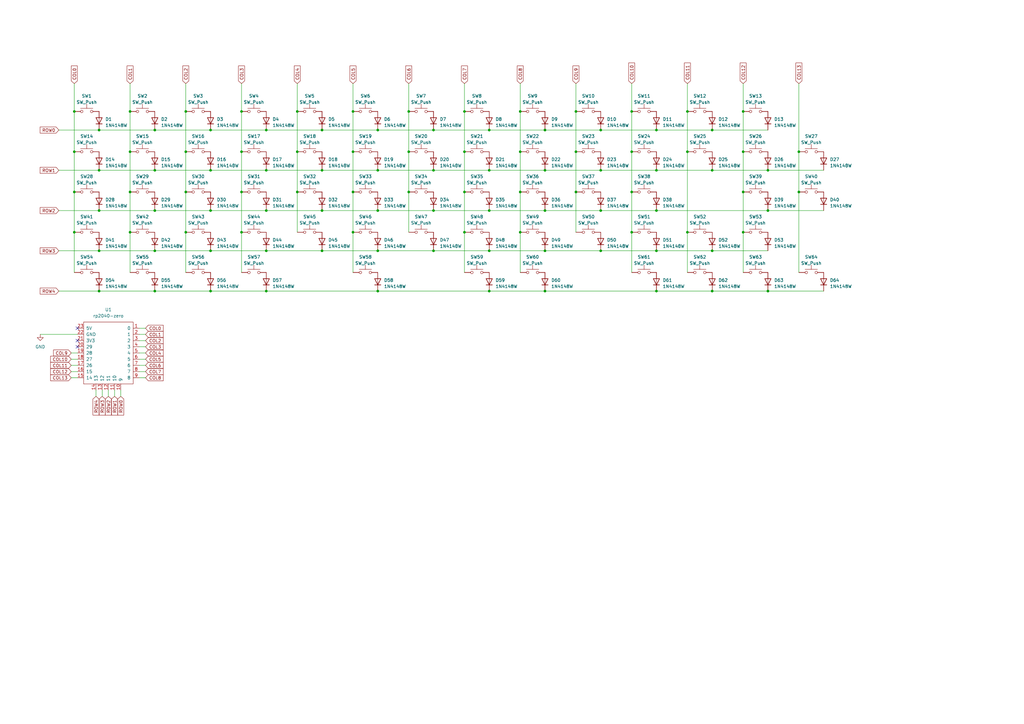
<source format=kicad_sch>
(kicad_sch (version 20230121) (generator eeschema)
  (paper "A3")
  (title_block (title "PinKey") (date "2023-08-11") (rev "v1.0.0"))
  (lib_symbols
    (symbol "Diode:1N4148W" (pin_numbers hide) (pin_names hide)
      (property "Reference" "D" (at 0 2.54 0))
      (property "Value" "1N4148W" (at 0 -2.54 0))
      (symbol "1N4148W_1_1"
        (pin passive line (at -3.81 0 0) (length 2.54) (name "K") (number "1"))
        (pin passive line (at 3.81 0 180) (length 2.54) (name "A") (number "2"))
      )
    )
    (symbol "Switch:SW_Push" (pin_numbers hide) (pin_names (offset 1.016) hide)
      (property "Reference" "SW" (at 1.27 2.54 0))
      (property "Value" "SW_Push" (at 0 -1.524 0))
      (symbol "SW_Push_0_1"
        (pin passive line (at -5.08 0 0) (length 2.54) (name "1") (number "1"))
        (pin passive line (at 5.08 0 180) (length 2.54) (name "2") (number "2"))
      )
    )
    (symbol "mcu:rp2040-zero" (pin_names (offset 1.016))
      (property "Reference" "U" (at 0 15.24 0))
      (property "Value" "rp2040-zero" (at 0 12.7 0))
      (symbol "rp2040-zero_1_1"
        (pin bidirectional line (at 12.7 8.89 180) (length 2.54) (name "0") (number "1"))
        (pin bidirectional line (at 5.08 -16.51 90) (length 2.54) (name "9") (number "10"))
        (pin bidirectional line (at 2.54 -16.51 90) (length 2.54) (name "10") (number "11"))
        (pin bidirectional line (at 0 -16.51 90) (length 2.54) (name "11") (number "12"))
        (pin bidirectional line (at -2.54 -16.51 90) (length 2.54) (name "12") (number "13"))
        (pin bidirectional line (at -5.08 -16.51 90) (length 2.54) (name "13") (number "14"))
        (pin bidirectional line (at -12.7 -11.43 0) (length 2.54) (name "14") (number "15"))
        (pin bidirectional line (at -12.7 -8.89 0) (length 2.54) (name "15") (number "16"))
        (pin bidirectional line (at -12.7 -6.35 0) (length 2.54) (name "26") (number "17"))
        (pin bidirectional line (at -12.7 -3.81 0) (length 2.54) (name "27") (number "18"))
        (pin bidirectional line (at -12.7 -1.27 0) (length 2.54) (name "28") (number "19"))
        (pin bidirectional line (at 12.7 6.35 180) (length 2.54) (name "1") (number "2"))
        (pin bidirectional line (at -12.7 1.27 0) (length 2.54) (name "29") (number "20"))
        (pin power_out line (at -12.7 3.81 0) (length 2.54) (name "3V3") (number "21"))
        (pin power_out line (at -12.7 6.35 0) (length 2.54) (name "GND") (number "22"))
        (pin power_out line (at -12.7 8.89 0) (length 2.54) (name "5V") (number "23"))
        (pin bidirectional line (at 12.7 3.81 180) (length 2.54) (name "2") (number "3"))
        (pin bidirectional line (at 12.7 1.27 180) (length 2.54) (name "3") (number "4"))
        (pin bidirectional line (at 12.7 -1.27 180) (length 2.54) (name "4") (number "5"))
        (pin bidirectional line (at 12.7 -3.81 180) (length 2.54) (name "5") (number "6"))
        (pin bidirectional line (at 12.7 -6.35 180) (length 2.54) (name "6") (number "7"))
        (pin bidirectional line (at 12.7 -8.89 180) (length 2.54) (name "7") (number "8"))
        (pin bidirectional line (at 12.7 -11.43 180) (length 2.54) (name "8") (number "9"))
      )
    )
    (symbol "power:GND" (power) (pin_names (offset 0))
      (property "Value" "GND" (at 0 -3.81 0))
      (symbol "GND_1_1"
        (pin power_in line (at 0 0 270) (length 0) hide (name "GND") (number "1"))
      )
    )
  )
  (junction (at 200.66 119.38))
  (junction (at 190.5 78.74))
  (junction (at 304.8 45.72))
  (junction (at 236.22 78.74))
  (junction (at 304.8 95.25))
  (junction (at 314.96 119.38))
  (junction (at 177.8 102.87))
  (junction (at 246.38 86.36))
  (junction (at 63.5 53.34))
  (junction (at 304.8 62.23))
  (junction (at 30.48 45.72))
  (junction (at 86.36 102.87))
  (junction (at 40.64 53.34))
  (junction (at 314.96 69.85))
  (junction (at 144.78 78.74))
  (junction (at 154.94 102.87))
  (junction (at 63.5 102.87))
  (junction (at 154.94 86.36))
  (junction (at 53.34 78.74))
  (junction (at 86.36 69.85))
  (junction (at 213.36 62.23))
  (junction (at 177.8 53.34))
  (junction (at 144.78 62.23))
  (junction (at 314.96 86.36))
  (junction (at 30.48 78.74))
  (junction (at 63.5 119.38))
  (junction (at 109.22 69.85))
  (junction (at 167.64 78.74))
  (junction (at 200.66 53.34))
  (junction (at 190.5 45.72))
  (junction (at 259.08 62.23))
  (junction (at 223.52 53.34))
  (junction (at 76.2 95.25))
  (junction (at 223.52 86.36))
  (junction (at 213.36 95.25))
  (junction (at 99.06 78.74))
  (junction (at 281.94 95.25))
  (junction (at 292.1 53.34))
  (junction (at 269.24 119.38))
  (junction (at 109.22 53.34))
  (junction (at 200.66 102.87))
  (junction (at 269.24 53.34))
  (junction (at 304.8 78.74))
  (junction (at 292.1 69.85))
  (junction (at 223.52 102.87))
  (junction (at 30.48 95.25))
  (junction (at 121.92 45.72))
  (junction (at 30.48 62.23))
  (junction (at 177.8 69.85))
  (junction (at 292.1 102.87))
  (junction (at 167.64 45.72))
  (junction (at 121.92 62.23))
  (junction (at 63.5 69.85))
  (junction (at 40.64 102.87))
  (junction (at 246.38 102.87))
  (junction (at 269.24 86.36))
  (junction (at 259.08 78.74))
  (junction (at 109.22 119.38))
  (junction (at 86.36 119.38))
  (junction (at 76.2 78.74))
  (junction (at 154.94 69.85))
  (junction (at 327.66 62.23))
  (junction (at 86.36 86.36))
  (junction (at 99.06 62.23))
  (junction (at 190.5 95.25))
  (junction (at 53.34 62.23))
  (junction (at 76.2 62.23))
  (junction (at 236.22 62.23))
  (junction (at 190.5 62.23))
  (junction (at 269.24 102.87))
  (junction (at 223.52 119.38))
  (junction (at 281.94 62.23))
  (junction (at 76.2 45.72))
  (junction (at 53.34 95.25))
  (junction (at 109.22 86.36))
  (junction (at 213.36 78.74))
  (junction (at 213.36 45.72))
  (junction (at 132.08 69.85))
  (junction (at 40.64 86.36))
  (junction (at 236.22 45.72))
  (junction (at 99.06 95.25))
  (junction (at 144.78 95.25))
  (junction (at 177.8 86.36))
  (junction (at 327.66 78.74))
  (junction (at 154.94 53.34))
  (junction (at 292.1 119.38))
  (junction (at 200.66 86.36))
  (junction (at 109.22 102.87))
  (junction (at 246.38 53.34))
  (junction (at 223.52 69.85))
  (junction (at 132.08 86.36))
  (junction (at 154.94 119.38))
  (junction (at 40.64 119.38))
  (junction (at 99.06 45.72))
  (junction (at 144.78 45.72))
  (junction (at 53.34 45.72))
  (junction (at 63.5 86.36))
  (junction (at 259.08 45.72))
  (junction (at 246.38 69.85))
  (junction (at 281.94 45.72))
  (junction (at 121.92 78.74))
  (junction (at 86.36 53.34))
  (junction (at 200.66 69.85))
  (junction (at 132.08 102.87))
  (junction (at 40.64 69.85))
  (junction (at 167.64 62.23))
  (junction (at 132.08 53.34))
  (junction (at 269.24 69.85))
  (junction (at 259.08 95.25))
  (no_connect (at 31.75 134.62))
  (no_connect (at 31.75 139.7))
  (no_connect (at 31.75 142.24))
  (wire (pts (xy 304.8 95.25) (xy 304.8 111.76)))
  (wire (pts (xy 292.1 102.87) (xy 314.96 102.87)))
  (wire (pts (xy 30.48 78.74) (xy 30.48 95.25)))
  (wire (pts (xy 292.1 119.38) (xy 314.96 119.38)))
  (wire (pts (xy 29.21 152.4) (xy 31.75 152.4)))
  (wire (pts (xy 86.36 86.36) (xy 109.22 86.36)))
  (wire (pts (xy 24.13 86.36) (xy 40.64 86.36)))
  (wire (pts (xy 121.92 62.23) (xy 121.92 78.74)))
  (wire (pts (xy 86.36 119.38) (xy 109.22 119.38)))
  (wire (pts (xy 259.08 78.74) (xy 259.08 95.25)))
  (wire (pts (xy 154.94 102.87) (xy 177.8 102.87)))
  (wire (pts (xy 53.34 34.29) (xy 53.34 45.72)))
  (wire (pts (xy 24.13 69.85) (xy 40.64 69.85)))
  (wire (pts (xy 177.8 102.87) (xy 200.66 102.87)))
  (wire (pts (xy 200.66 53.34) (xy 223.52 53.34)))
  (wire (pts (xy 99.06 34.29) (xy 99.06 45.72)))
  (wire (pts (xy 86.36 102.87) (xy 109.22 102.87)))
  (wire (pts (xy 46.99 162.56) (xy 46.99 160.02)))
  (wire (pts (xy 200.66 102.87) (xy 223.52 102.87)))
  (wire (pts (xy 259.08 34.29) (xy 259.08 45.72)))
  (wire (pts (xy 281.94 34.29) (xy 281.94 45.72)))
  (wire (pts (xy 281.94 62.23) (xy 281.94 95.25)))
  (wire (pts (xy 236.22 62.23) (xy 236.22 78.74)))
  (wire (pts (xy 167.64 62.23) (xy 167.64 78.74)))
  (wire (pts (xy 59.69 142.24) (xy 57.15 142.24)))
  (wire (pts (xy 304.8 78.74) (xy 304.8 95.25)))
  (wire (pts (xy 327.66 62.23) (xy 327.66 78.74)))
  (wire (pts (xy 29.21 147.32) (xy 31.75 147.32)))
  (wire (pts (xy 167.64 78.74) (xy 167.64 95.25)))
  (wire (pts (xy 327.66 78.74) (xy 327.66 111.76)))
  (wire (pts (xy 30.48 62.23) (xy 30.48 78.74)))
  (wire (pts (xy 59.69 139.7) (xy 57.15 139.7)))
  (wire (pts (xy 121.92 45.72) (xy 121.92 62.23)))
  (wire (pts (xy 40.64 86.36) (xy 63.5 86.36)))
  (wire (pts (xy 213.36 45.72) (xy 213.36 62.23)))
  (wire (pts (xy 314.96 86.36) (xy 337.82 86.36)))
  (wire (pts (xy 99.06 78.74) (xy 99.06 95.25)))
  (wire (pts (xy 281.94 95.25) (xy 281.94 111.76)))
  (wire (pts (xy 39.37 162.56) (xy 39.37 160.02)))
  (wire (pts (xy 109.22 119.38) (xy 154.94 119.38)))
  (wire (pts (xy 177.8 53.34) (xy 200.66 53.34)))
  (wire (pts (xy 200.66 69.85) (xy 223.52 69.85)))
  (wire (pts (xy 236.22 78.74) (xy 236.22 95.25)))
  (wire (pts (xy 314.96 119.38) (xy 337.82 119.38)))
  (wire (pts (xy 121.92 78.74) (xy 121.92 95.25)))
  (wire (pts (xy 109.22 86.36) (xy 132.08 86.36)))
  (wire (pts (xy 59.69 154.94) (xy 57.15 154.94)))
  (wire (pts (xy 24.13 53.34) (xy 40.64 53.34)))
  (wire (pts (xy 190.5 78.74) (xy 190.5 95.25)))
  (wire (pts (xy 53.34 95.25) (xy 53.34 111.76)))
  (wire (pts (xy 269.24 69.85) (xy 292.1 69.85)))
  (wire (pts (xy 40.64 119.38) (xy 63.5 119.38)))
  (wire (pts (xy 144.78 78.74) (xy 144.78 95.25)))
  (wire (pts (xy 132.08 69.85) (xy 154.94 69.85)))
  (wire (pts (xy 76.2 34.29) (xy 76.2 45.72)))
  (wire (pts (xy 236.22 45.72) (xy 236.22 62.23)))
  (wire (pts (xy 132.08 53.34) (xy 154.94 53.34)))
  (wire (pts (xy 29.21 144.78) (xy 31.75 144.78)))
  (wire (pts (xy 259.08 62.23) (xy 259.08 78.74)))
  (wire (pts (xy 63.5 86.36) (xy 86.36 86.36)))
  (wire (pts (xy 269.24 86.36) (xy 314.96 86.36)))
  (wire (pts (xy 213.36 34.29) (xy 213.36 45.72)))
  (wire (pts (xy 223.52 119.38) (xy 269.24 119.38)))
  (wire (pts (xy 40.64 102.87) (xy 63.5 102.87)))
  (wire (pts (xy 63.5 69.85) (xy 86.36 69.85)))
  (wire (pts (xy 29.21 154.94) (xy 31.75 154.94)))
  (wire (pts (xy 29.21 149.86) (xy 31.75 149.86)))
  (wire (pts (xy 99.06 62.23) (xy 99.06 78.74)))
  (wire (pts (xy 109.22 102.87) (xy 132.08 102.87)))
  (wire (pts (xy 30.48 95.25) (xy 30.48 111.76)))
  (wire (pts (xy 59.69 147.32) (xy 57.15 147.32)))
  (wire (pts (xy 99.06 95.25) (xy 99.06 111.76)))
  (wire (pts (xy 53.34 62.23) (xy 53.34 78.74)))
  (wire (pts (xy 41.91 162.56) (xy 41.91 160.02)))
  (wire (pts (xy 304.8 45.72) (xy 304.8 62.23)))
  (wire (pts (xy 154.94 69.85) (xy 177.8 69.85)))
  (wire (pts (xy 167.64 34.29) (xy 167.64 45.72)))
  (wire (pts (xy 236.22 34.29) (xy 236.22 45.72)))
  (wire (pts (xy 190.5 62.23) (xy 190.5 78.74)))
  (wire (pts (xy 121.92 34.29) (xy 121.92 45.72)))
  (wire (pts (xy 292.1 53.34) (xy 314.96 53.34)))
  (wire (pts (xy 76.2 95.25) (xy 76.2 111.76)))
  (wire (pts (xy 190.5 34.29) (xy 190.5 45.72)))
  (wire (pts (xy 63.5 53.34) (xy 86.36 53.34)))
  (wire (pts (xy 213.36 78.74) (xy 213.36 95.25)))
  (wire (pts (xy 99.06 45.72) (xy 99.06 62.23)))
  (wire (pts (xy 177.8 69.85) (xy 200.66 69.85)))
  (wire (pts (xy 109.22 69.85) (xy 132.08 69.85)))
  (wire (pts (xy 24.13 102.87) (xy 40.64 102.87)))
  (wire (pts (xy 213.36 95.25) (xy 213.36 111.76)))
  (wire (pts (xy 246.38 69.85) (xy 269.24 69.85)))
  (wire (pts (xy 314.96 69.85) (xy 337.82 69.85)))
  (wire (pts (xy 132.08 86.36) (xy 154.94 86.36)))
  (wire (pts (xy 269.24 53.34) (xy 292.1 53.34)))
  (wire (pts (xy 144.78 62.23) (xy 144.78 78.74)))
  (wire (pts (xy 213.36 62.23) (xy 213.36 78.74)))
  (wire (pts (xy 292.1 69.85) (xy 314.96 69.85)))
  (wire (pts (xy 200.66 119.38) (xy 223.52 119.38)))
  (wire (pts (xy 49.53 162.56) (xy 49.53 160.02)))
  (wire (pts (xy 144.78 95.25) (xy 144.78 111.76)))
  (wire (pts (xy 246.38 86.36) (xy 269.24 86.36)))
  (wire (pts (xy 154.94 119.38) (xy 200.66 119.38)))
  (wire (pts (xy 167.64 45.72) (xy 167.64 62.23)))
  (wire (pts (xy 59.69 149.86) (xy 57.15 149.86)))
  (wire (pts (xy 132.08 102.87) (xy 154.94 102.87)))
  (wire (pts (xy 200.66 86.36) (xy 223.52 86.36)))
  (wire (pts (xy 86.36 53.34) (xy 109.22 53.34)))
  (wire (pts (xy 76.2 78.74) (xy 76.2 95.25)))
  (wire (pts (xy 53.34 45.72) (xy 53.34 62.23)))
  (wire (pts (xy 59.69 144.78) (xy 57.15 144.78)))
  (wire (pts (xy 304.8 62.23) (xy 304.8 78.74)))
  (wire (pts (xy 281.94 45.72) (xy 281.94 62.23)))
  (wire (pts (xy 190.5 45.72) (xy 190.5 62.23)))
  (wire (pts (xy 177.8 86.36) (xy 200.66 86.36)))
  (wire (pts (xy 86.36 69.85) (xy 109.22 69.85)))
  (wire (pts (xy 30.48 45.72) (xy 30.48 62.23)))
  (wire (pts (xy 59.69 152.4) (xy 57.15 152.4)))
  (wire (pts (xy 144.78 45.72) (xy 144.78 62.23)))
  (wire (pts (xy 144.78 34.29) (xy 144.78 45.72)))
  (wire (pts (xy 40.64 53.34) (xy 63.5 53.34)))
  (wire (pts (xy 16.51 137.16) (xy 31.75 137.16)))
  (wire (pts (xy 190.5 95.25) (xy 190.5 111.76)))
  (wire (pts (xy 223.52 86.36) (xy 246.38 86.36)))
  (wire (pts (xy 24.13 119.38) (xy 40.64 119.38)))
  (wire (pts (xy 154.94 53.34) (xy 177.8 53.34)))
  (wire (pts (xy 269.24 102.87) (xy 292.1 102.87)))
  (wire (pts (xy 109.22 53.34) (xy 132.08 53.34)))
  (wire (pts (xy 246.38 102.87) (xy 269.24 102.87)))
  (wire (pts (xy 304.8 34.29) (xy 304.8 45.72)))
  (wire (pts (xy 246.38 53.34) (xy 269.24 53.34)))
  (wire (pts (xy 63.5 102.87) (xy 86.36 102.87)))
  (wire (pts (xy 63.5 119.38) (xy 86.36 119.38)))
  (wire (pts (xy 59.69 137.16) (xy 57.15 137.16)))
  (wire (pts (xy 259.08 95.25) (xy 259.08 111.76)))
  (wire (pts (xy 59.69 134.62) (xy 57.15 134.62)))
  (wire (pts (xy 53.34 78.74) (xy 53.34 95.25)))
  (wire (pts (xy 44.45 162.56) (xy 44.45 160.02)))
  (wire (pts (xy 223.52 53.34) (xy 246.38 53.34)))
  (wire (pts (xy 223.52 69.85) (xy 246.38 69.85)))
  (wire (pts (xy 76.2 62.23) (xy 76.2 78.74)))
  (wire (pts (xy 327.66 34.29) (xy 327.66 62.23)))
  (wire (pts (xy 40.64 69.85) (xy 63.5 69.85)))
  (wire (pts (xy 223.52 102.87) (xy 246.38 102.87)))
  (wire (pts (xy 30.48 34.29) (xy 30.48 45.72)))
  (wire (pts (xy 76.2 45.72) (xy 76.2 62.23)))
  (wire (pts (xy 154.94 86.36) (xy 177.8 86.36)))
  (wire (pts (xy 259.08 45.72) (xy 259.08 62.23)))
  (wire (pts (xy 269.24 119.38) (xy 292.1 119.38)))
  (global_label "COL13" (shape input) (at 327.66 34.29 90) (property "Intersheetrefs" "${INTERSHEET_REFS}" (effects hide)))
  (global_label "COL13" (shape input) (at 29.21 154.94 180) (property "Intersheetrefs" "${INTERSHEET_REFS}" (effects hide)))
  (global_label "ROW0" (shape input) (at 49.53 162.56 270) (property "Intersheetrefs" "${INTERSHEET_REFS}" (effects hide)))
  (global_label "COL12" (shape input) (at 304.8 34.29 90) (property "Intersheetrefs" "${INTERSHEET_REFS}" (effects hide)))
  (global_label "COL0" (shape input) (at 30.48 34.29 90) (property "Intersheetrefs" "${INTERSHEET_REFS}" (effects hide)))
  (global_label "ROW3" (shape input) (at 41.91 162.56 270) (property "Intersheetrefs" "${INTERSHEET_REFS}" (effects hide)))
  (global_label "COL10" (shape input) (at 259.08 34.29 90) (property "Intersheetrefs" "${INTERSHEET_REFS}" (effects hide)))
  (global_label "ROW3" (shape input) (at 24.13 102.87 180) (property "Intersheetrefs" "${INTERSHEET_REFS}" (effects hide)))
  (global_label "ROW1" (shape input) (at 24.13 69.85 180) (property "Intersheetrefs" "${INTERSHEET_REFS}" (effects hide)))
  (global_label "COL1" (shape input) (at 59.69 137.16 0) (property "Intersheetrefs" "${INTERSHEET_REFS}" (effects hide)))
  (global_label "COL10" (shape input) (at 29.21 147.32 180) (property "Intersheetrefs" "${INTERSHEET_REFS}" (effects hide)))
  (global_label "COL5" (shape input) (at 59.69 147.32 0) (property "Intersheetrefs" "${INTERSHEET_REFS}" (effects hide)))
  (global_label "COL9" (shape input) (at 236.22 34.29 90) (property "Intersheetrefs" "${INTERSHEET_REFS}" (effects hide)))
  (global_label "COL0" (shape input) (at 59.69 134.62 0) (property "Intersheetrefs" "${INTERSHEET_REFS}" (effects hide)))
  (global_label "COL11" (shape input) (at 281.94 34.29 90) (property "Intersheetrefs" "${INTERSHEET_REFS}" (effects hide)))
  (global_label "COL7" (shape input) (at 59.69 152.4 0) (property "Intersheetrefs" "${INTERSHEET_REFS}" (effects hide)))
  (global_label "COL1" (shape input) (at 53.34 34.29 90) (property "Intersheetrefs" "${INTERSHEET_REFS}" (effects hide)))
  (global_label "COL7" (shape input) (at 190.5 34.29 90) (property "Intersheetrefs" "${INTERSHEET_REFS}" (effects hide)))
  (global_label "ROW2" (shape input) (at 24.13 86.36 180) (property "Intersheetrefs" "${INTERSHEET_REFS}" (effects hide)))
  (global_label "ROW4" (shape input) (at 39.37 162.56 270) (property "Intersheetrefs" "${INTERSHEET_REFS}" (effects hide)))
  (global_label "COL8" (shape input) (at 213.36 34.29 90) (property "Intersheetrefs" "${INTERSHEET_REFS}" (effects hide)))
  (global_label "COL11" (shape input) (at 29.21 149.86 180) (property "Intersheetrefs" "${INTERSHEET_REFS}" (effects hide)))
  (global_label "COL2" (shape input) (at 59.69 139.7 0) (property "Intersheetrefs" "${INTERSHEET_REFS}" (effects hide)))
  (global_label "COL6" (shape input) (at 167.64 34.29 90) (property "Intersheetrefs" "${INTERSHEET_REFS}" (effects hide)))
  (global_label "COL3" (shape input) (at 99.06 34.29 90) (property "Intersheetrefs" "${INTERSHEET_REFS}" (effects hide)))
  (global_label "ROW1" (shape input) (at 46.99 162.56 270) (property "Intersheetrefs" "${INTERSHEET_REFS}" (effects hide)))
  (global_label "COL5" (shape input) (at 144.78 34.29 90) (property "Intersheetrefs" "${INTERSHEET_REFS}" (effects hide)))
  (global_label "ROW0" (shape input) (at 24.13 53.34 180) (property "Intersheetrefs" "${INTERSHEET_REFS}" (effects hide)))
  (global_label "COL9" (shape input) (at 29.21 144.78 180) (property "Intersheetrefs" "${INTERSHEET_REFS}" (effects hide)))
  (global_label "COL8" (shape input) (at 59.69 154.94 0) (property "Intersheetrefs" "${INTERSHEET_REFS}" (effects hide)))
  (global_label "ROW4" (shape input) (at 24.13 119.38 180) (property "Intersheetrefs" "${INTERSHEET_REFS}" (effects hide)))
  (global_label "COL12" (shape input) (at 29.21 152.4 180) (property "Intersheetrefs" "${INTERSHEET_REFS}" (effects hide)))
  (global_label "COL2" (shape input) (at 76.2 34.29 90) (property "Intersheetrefs" "${INTERSHEET_REFS}" (effects hide)))
  (global_label "COL4" (shape input) (at 59.69 144.78 0) (property "Intersheetrefs" "${INTERSHEET_REFS}" (effects hide)))
  (global_label "COL3" (shape input) (at 59.69 142.24 0) (property "Intersheetrefs" "${INTERSHEET_REFS}" (effects hide)))
  (global_label "COL6" (shape input) (at 59.69 149.86 0) (property "Intersheetrefs" "${INTERSHEET_REFS}" (effects hide)))
  (global_label "COL4" (shape input) (at 121.92 34.29 90) (property "Intersheetrefs" "${INTERSHEET_REFS}" (effects hide)))
  (global_label "ROW2" (shape input) (at 44.45 162.56 270) (property "Intersheetrefs" "${INTERSHEET_REFS}" (effects hide)))
  (symbol (lib_id "Switch:SW_Push") (at 332.74 78.74 0) (unit 1)
    (property "Reference" "SW40" (at 332.74 72.39 0))
    (property "Value" "SW_Push" (at 332.74 74.93 0))
    (property "Footprint" "Switch_Keyboard_Hotswap_Kailh:SW_Hotswap_Kailh_MX_1.00u" (effects hide))
  )
  (symbol (lib_id "Diode:1N4148W") (at 86.36 49.53 90) (unit 1)
    (property "Reference" "D3" (at 88.9 48.895 90) (effects (justify right)))
    (property "Value" "1N4148W" (at 88.9 51.435 90) (effects (justify right)))
    (property "Footprint" "Diode_SMD:D_SOD-123" (effects hide))
    (property "Datasheet" "https://www.vishay.com/docs/85748/1n4148w.pdf" (effects hide))
    (property "Sim.Device" "D" (effects hide))
    (property "Sim.Pins" "1=K 2=A" (effects hide))
  )
  (symbol (lib_id "Switch:SW_Push") (at 332.74 111.76 0) (unit 1)
    (property "Reference" "SW64" (at 332.74 105.41 0))
    (property "Value" "SW_Push" (at 332.74 107.95 0))
    (property "Footprint" "Switch_Keyboard_Hotswap_Kailh:SW_Hotswap_Kailh_MX_1.00u" (effects hide))
  )
  (symbol (lib_id "Diode:1N4148W") (at 132.08 49.53 90) (unit 1)
    (property "Reference" "D5" (at 134.62 48.895 90) (effects (justify right)))
    (property "Value" "1N4148W" (at 134.62 51.435 90) (effects (justify right)))
    (property "Footprint" "Diode_SMD:D_SOD-123" (effects hide))
    (property "Datasheet" "https://www.vishay.com/docs/85748/1n4148w.pdf" (effects hide))
    (property "Sim.Device" "D" (effects hide))
    (property "Sim.Pins" "1=K 2=A" (effects hide))
  )
  (symbol (lib_id "mcu:rp2040-zero") (at 44.45 143.51 0) (unit 1)
    (property "Reference" "U1" (at 44.45 127 0))
    (property "Value" "rp2040-zero" (at 44.45 129.54 0))
    (property "Footprint" "mcu:rp2040-zero-tht" (effects hide))
  )
  (symbol (lib_id "Diode:1N4148W") (at 109.22 82.55 90) (unit 1)
    (property "Reference" "D31" (at 111.76 81.915 90) (effects (justify right)))
    (property "Value" "1N4148W" (at 111.76 84.455 90) (effects (justify right)))
    (property "Footprint" "Diode_SMD:D_SOD-123" (effects hide))
    (property "Datasheet" "https://www.vishay.com/docs/85748/1n4148w.pdf" (effects hide))
    (property "Sim.Device" "D" (effects hide))
    (property "Sim.Pins" "1=K 2=A" (effects hide))
  )
  (symbol (lib_id "Diode:1N4148W") (at 223.52 66.04 90) (unit 1)
    (property "Reference" "D22" (at 226.06 65.405 90) (effects (justify right)))
    (property "Value" "1N4148W" (at 226.06 67.945 90) (effects (justify right)))
    (property "Footprint" "Diode_SMD:D_SOD-123" (effects hide))
    (property "Datasheet" "https://www.vishay.com/docs/85748/1n4148w.pdf" (effects hide))
    (property "Sim.Device" "D" (effects hide))
    (property "Sim.Pins" "1=K 2=A" (effects hide))
  )
  (symbol (lib_id "Diode:1N4148W") (at 246.38 99.06 90) (unit 1)
    (property "Reference" "D50" (at 248.92 98.425 90) (effects (justify right)))
    (property "Value" "1N4148W" (at 248.92 100.965 90) (effects (justify right)))
    (property "Footprint" "Diode_SMD:D_SOD-123" (effects hide))
    (property "Datasheet" "https://www.vishay.com/docs/85748/1n4148w.pdf" (effects hide))
    (property "Sim.Device" "D" (effects hide))
    (property "Sim.Pins" "1=K 2=A" (effects hide))
  )
  (symbol (lib_id "Switch:SW_Push") (at 35.56 95.25 0) (unit 1)
    (property "Reference" "SW41" (at 35.56 88.9 0))
    (property "Value" "SW_Push" (at 35.56 91.44 0))
    (property "Footprint" "Switch_Keyboard_Hotswap_Kailh:SW_Hotswap_Kailh_MX_2.00u" (effects hide))
  )
  (symbol (lib_id "Switch:SW_Push") (at 81.28 45.72 0) (unit 1)
    (property "Reference" "SW3" (at 81.28 39.37 0))
    (property "Value" "SW_Push" (at 81.28 41.91 0))
    (property "Footprint" "Switch_Keyboard_Hotswap_Kailh:SW_Hotswap_Kailh_MX_1.00u" (effects hide))
  )
  (symbol (lib_id "Diode:1N4148W") (at 200.66 99.06 90) (unit 1)
    (property "Reference" "D48" (at 203.2 98.425 90) (effects (justify right)))
    (property "Value" "1N4148W" (at 203.2 100.965 90) (effects (justify right)))
    (property "Footprint" "Diode_SMD:D_SOD-123" (effects hide))
    (property "Datasheet" "https://www.vishay.com/docs/85748/1n4148w.pdf" (effects hide))
    (property "Sim.Device" "D" (effects hide))
    (property "Sim.Pins" "1=K 2=A" (effects hide))
  )
  (symbol (lib_id "Diode:1N4148W") (at 177.8 99.06 90) (unit 1)
    (property "Reference" "D47" (at 180.34 98.425 90) (effects (justify right)))
    (property "Value" "1N4148W" (at 180.34 100.965 90) (effects (justify right)))
    (property "Footprint" "Diode_SMD:D_SOD-123" (effects hide))
    (property "Datasheet" "https://www.vishay.com/docs/85748/1n4148w.pdf" (effects hide))
    (property "Sim.Device" "D" (effects hide))
    (property "Sim.Pins" "1=K 2=A" (effects hide))
  )
  (symbol (lib_id "Diode:1N4148W") (at 246.38 49.53 90) (unit 1)
    (property "Reference" "D10" (at 248.92 48.895 90) (effects (justify right)))
    (property "Value" "1N4148W" (at 248.92 51.435 90) (effects (justify right)))
    (property "Footprint" "Diode_SMD:D_SOD-123" (effects hide))
    (property "Datasheet" "https://www.vishay.com/docs/85748/1n4148w.pdf" (effects hide))
    (property "Sim.Device" "D" (effects hide))
    (property "Sim.Pins" "1=K 2=A" (effects hide))
  )
  (symbol (lib_id "Switch:SW_Push") (at 264.16 111.76 0) (unit 1)
    (property "Reference" "SW61" (at 264.16 105.41 0))
    (property "Value" "SW_Push" (at 264.16 107.95 0))
    (property "Footprint" "Switch_Keyboard_Hotswap_Kailh:SW_Hotswap_Kailh_MX_1.25u" (effects hide))
  )
  (symbol (lib_id "Diode:1N4148W") (at 40.64 99.06 90) (unit 1)
    (property "Reference" "D41" (at 43.18 98.425 90) (effects (justify right)))
    (property "Value" "1N4148W" (at 43.18 100.965 90) (effects (justify right)))
    (property "Footprint" "Diode_SMD:D_SOD-123" (effects hide))
    (property "Datasheet" "https://www.vishay.com/docs/85748/1n4148w.pdf" (effects hide))
    (property "Sim.Device" "D" (effects hide))
    (property "Sim.Pins" "1=K 2=A" (effects hide))
  )
  (symbol (lib_id "Diode:1N4148W") (at 154.94 66.04 90) (unit 1)
    (property "Reference" "D19" (at 157.48 65.405 90) (effects (justify right)))
    (property "Value" "1N4148W" (at 157.48 67.945 90) (effects (justify right)))
    (property "Footprint" "Diode_SMD:D_SOD-123" (effects hide))
    (property "Datasheet" "https://www.vishay.com/docs/85748/1n4148w.pdf" (effects hide))
    (property "Sim.Device" "D" (effects hide))
    (property "Sim.Pins" "1=K 2=A" (effects hide))
  )
  (symbol (lib_id "Switch:SW_Push") (at 309.88 78.74 0) (unit 1)
    (property "Reference" "SW39" (at 309.88 72.39 0))
    (property "Value" "SW_Push" (at 309.88 74.93 0))
    (property "Footprint" "Switch_Keyboard_Hotswap_Kailh:SW_Hotswap_Kailh_MX_1.00u" (effects hide))
  )
  (symbol (lib_id "Switch:SW_Push") (at 35.56 62.23 0) (unit 1)
    (property "Reference" "SW14" (at 35.56 55.88 0))
    (property "Value" "SW_Push" (at 35.56 58.42 0))
    (property "Footprint" "Switch_Keyboard_Hotswap_Kailh:SW_Hotswap_Kailh_MX_1.50u" (effects hide))
  )
  (symbol (lib_id "Diode:1N4148W") (at 177.8 66.04 90) (unit 1)
    (property "Reference" "D20" (at 180.34 65.405 90) (effects (justify right)))
    (property "Value" "1N4148W" (at 180.34 67.945 90) (effects (justify right)))
    (property "Footprint" "Diode_SMD:D_SOD-123" (effects hide))
    (property "Datasheet" "https://www.vishay.com/docs/85748/1n4148w.pdf" (effects hide))
    (property "Sim.Device" "D" (effects hide))
    (property "Sim.Pins" "1=K 2=A" (effects hide))
  )
  (symbol (lib_id "Diode:1N4148W") (at 109.22 99.06 90) (unit 1)
    (property "Reference" "D44" (at 111.76 98.425 90) (effects (justify right)))
    (property "Value" "1N4148W" (at 111.76 100.965 90) (effects (justify right)))
    (property "Footprint" "Diode_SMD:D_SOD-123" (effects hide))
    (property "Datasheet" "https://www.vishay.com/docs/85748/1n4148w.pdf" (effects hide))
    (property "Sim.Device" "D" (effects hide))
    (property "Sim.Pins" "1=K 2=A" (effects hide))
  )
  (symbol (lib_id "Switch:SW_Push") (at 287.02 45.72 0) (unit 1)
    (property "Reference" "SW12" (at 287.02 39.37 0))
    (property "Value" "SW_Push" (at 287.02 41.91 0))
    (property "Footprint" "Switch_Keyboard_Hotswap_Kailh:SW_Hotswap_Kailh_MX_1.00u" (effects hide))
  )
  (symbol (lib_id "Switch:SW_Push") (at 58.42 45.72 0) (unit 1)
    (property "Reference" "SW2" (at 58.42 39.37 0))
    (property "Value" "SW_Push" (at 58.42 41.91 0))
    (property "Footprint" "Switch_Keyboard_Hotswap_Kailh:SW_Hotswap_Kailh_MX_1.00u" (effects hide))
  )
  (symbol (lib_id "Switch:SW_Push") (at 81.28 111.76 0) (unit 1)
    (property "Reference" "SW56" (at 81.28 105.41 0))
    (property "Value" "SW_Push" (at 81.28 107.95 0))
    (property "Footprint" "Switch_Keyboard_Hotswap_Kailh:SW_Hotswap_Kailh_MX_1.25u" (effects hide))
  )
  (symbol (lib_id "Switch:SW_Push") (at 218.44 78.74 0) (unit 1)
    (property "Reference" "SW36" (at 218.44 72.39 0))
    (property "Value" "SW_Push" (at 218.44 74.93 0))
    (property "Footprint" "Switch_Keyboard_Hotswap_Kailh:SW_Hotswap_Kailh_MX_1.00u" (effects hide))
  )
  (symbol (lib_id "Diode:1N4148W") (at 154.94 49.53 90) (unit 1)
    (property "Reference" "D6" (at 157.48 48.895 90) (effects (justify right)))
    (property "Value" "1N4148W" (at 157.48 51.435 90) (effects (justify right)))
    (property "Footprint" "Diode_SMD:D_SOD-123" (effects hide))
    (property "Datasheet" "https://www.vishay.com/docs/85748/1n4148w.pdf" (effects hide))
    (property "Sim.Device" "D" (effects hide))
    (property "Sim.Pins" "1=K 2=A" (effects hide))
  )
  (symbol (lib_id "Switch:SW_Push") (at 195.58 95.25 0) (unit 1)
    (property "Reference" "SW48" (at 195.58 88.9 0))
    (property "Value" "SW_Push" (at 195.58 91.44 0))
    (property "Footprint" "Switch_Keyboard_Hotswap_Kailh:SW_Hotswap_Kailh_MX_1.00u" (effects hide))
  )
  (symbol (lib_id "Diode:1N4148W") (at 292.1 115.57 90) (unit 1)
    (property "Reference" "D62" (at 294.64 114.935 90) (effects (justify right)))
    (property "Value" "1N4148W" (at 294.64 117.475 90) (effects (justify right)))
    (property "Footprint" "Diode_SMD:D_SOD-123" (effects hide))
    (property "Datasheet" "https://www.vishay.com/docs/85748/1n4148w.pdf" (effects hide))
    (property "Sim.Device" "D" (effects hide))
    (property "Sim.Pins" "1=K 2=A" (effects hide))
  )
  (symbol (lib_id "Diode:1N4148W") (at 63.5 66.04 90) (unit 1)
    (property "Reference" "D15" (at 66.04 65.405 90) (effects (justify right)))
    (property "Value" "1N4148W" (at 66.04 67.945 90) (effects (justify right)))
    (property "Footprint" "Diode_SMD:D_SOD-123" (effects hide))
    (property "Datasheet" "https://www.vishay.com/docs/85748/1n4148w.pdf" (effects hide))
    (property "Sim.Device" "D" (effects hide))
    (property "Sim.Pins" "1=K 2=A" (effects hide))
  )
  (symbol (lib_id "Diode:1N4148W") (at 40.64 66.04 90) (unit 1)
    (property "Reference" "D14" (at 43.18 65.405 90) (effects (justify right)))
    (property "Value" "1N4148W" (at 43.18 67.945 90) (effects (justify right)))
    (property "Footprint" "Diode_SMD:D_SOD-123" (effects hide))
    (property "Datasheet" "https://www.vishay.com/docs/85748/1n4148w.pdf" (effects hide))
    (property "Sim.Device" "D" (effects hide))
    (property "Sim.Pins" "1=K 2=A" (effects hide))
  )
  (symbol (lib_id "Switch:SW_Push") (at 127 95.25 0) (unit 1)
    (property "Reference" "SW45" (at 127 88.9 0))
    (property "Value" "SW_Push" (at 127 91.44 0))
    (property "Footprint" "Switch_Keyboard_Hotswap_Kailh:SW_Hotswap_Kailh_MX_1.00u" (effects hide))
  )
  (symbol (lib_id "Switch:SW_Push") (at 104.14 62.23 0) (unit 1)
    (property "Reference" "SW17" (at 104.14 55.88 0))
    (property "Value" "SW_Push" (at 104.14 58.42 0))
    (property "Footprint" "Switch_Keyboard_Hotswap_Kailh:SW_Hotswap_Kailh_MX_1.00u" (effects hide))
  )
  (symbol (lib_id "Diode:1N4148W") (at 109.22 49.53 90) (unit 1)
    (property "Reference" "D4" (at 111.76 48.895 90) (effects (justify right)))
    (property "Value" "1N4148W" (at 111.76 51.435 90) (effects (justify right)))
    (property "Footprint" "Diode_SMD:D_SOD-123" (effects hide))
    (property "Datasheet" "https://www.vishay.com/docs/85748/1n4148w.pdf" (effects hide))
    (property "Sim.Device" "D" (effects hide))
    (property "Sim.Pins" "1=K 2=A" (effects hide))
  )
  (symbol (lib_id "Switch:SW_Push") (at 264.16 62.23 0) (unit 1)
    (property "Reference" "SW24" (at 264.16 55.88 0))
    (property "Value" "SW_Push" (at 264.16 58.42 0))
    (property "Footprint" "Switch_Keyboard_Hotswap_Kailh:SW_Hotswap_Kailh_MX_1.00u" (effects hide))
  )
  (symbol (lib_id "Diode:1N4148W") (at 246.38 82.55 90) (unit 1)
    (property "Reference" "D37" (at 248.92 81.915 90) (effects (justify right)))
    (property "Value" "1N4148W" (at 248.92 84.455 90) (effects (justify right)))
    (property "Footprint" "Diode_SMD:D_SOD-123" (effects hide))
    (property "Datasheet" "https://www.vishay.com/docs/85748/1n4148w.pdf" (effects hide))
    (property "Sim.Device" "D" (effects hide))
    (property "Sim.Pins" "1=K 2=A" (effects hide))
  )
  (symbol (lib_id "Switch:SW_Push") (at 264.16 78.74 0) (unit 1)
    (property "Reference" "SW38" (at 264.16 72.39 0))
    (property "Value" "SW_Push" (at 264.16 74.93 0))
    (property "Footprint" "Switch_Keyboard_Hotswap_Kailh:SW_Hotswap_Kailh_MX_2.25u" (effects hide))
  )
  (symbol (lib_id "Diode:1N4148W") (at 177.8 82.55 90) (unit 1)
    (property "Reference" "D34" (at 180.34 81.915 90) (effects (justify right)))
    (property "Value" "1N4148W" (at 180.34 84.455 90) (effects (justify right)))
    (property "Footprint" "Diode_SMD:D_SOD-123" (effects hide))
    (property "Datasheet" "https://www.vishay.com/docs/85748/1n4148w.pdf" (effects hide))
    (property "Sim.Device" "D" (effects hide))
    (property "Sim.Pins" "1=K 2=A" (effects hide))
  )
  (symbol (lib_id "Switch:SW_Push") (at 127 45.72 0) (unit 1)
    (property "Reference" "SW5" (at 127 39.37 0))
    (property "Value" "SW_Push" (at 127 41.91 0))
    (property "Footprint" "Switch_Keyboard_Hotswap_Kailh:SW_Hotswap_Kailh_MX_1.00u" (effects hide))
  )
  (symbol (lib_id "Diode:1N4148W") (at 337.82 66.04 90) (unit 1)
    (property "Reference" "D27" (at 340.36 65.405 90) (effects (justify right)))
    (property "Value" "1N4148W" (at 340.36 67.945 90) (effects (justify right)))
    (property "Footprint" "Diode_SMD:D_SOD-123" (effects hide))
    (property "Datasheet" "https://www.vishay.com/docs/85748/1n4148w.pdf" (effects hide))
    (property "Sim.Device" "D" (effects hide))
    (property "Sim.Pins" "1=K 2=A" (effects hide))
  )
  (symbol (lib_id "Diode:1N4148W") (at 109.22 66.04 90) (unit 1)
    (property "Reference" "D17" (at 111.76 65.405 90) (effects (justify right)))
    (property "Value" "1N4148W" (at 111.76 67.945 90) (effects (justify right)))
    (property "Footprint" "Diode_SMD:D_SOD-123" (effects hide))
    (property "Datasheet" "https://www.vishay.com/docs/85748/1n4148w.pdf" (effects hide))
    (property "Sim.Device" "D" (effects hide))
    (property "Sim.Pins" "1=K 2=A" (effects hide))
  )
  (symbol (lib_id "Switch:SW_Push") (at 81.28 78.74 0) (unit 1)
    (property "Reference" "SW30" (at 81.28 72.39 0))
    (property "Value" "SW_Push" (at 81.28 74.93 0))
    (property "Footprint" "Switch_Keyboard_Hotswap_Kailh:SW_Hotswap_Kailh_MX_1.00u" (effects hide))
  )
  (symbol (lib_id "Diode:1N4148W") (at 132.08 99.06 90) (unit 1)
    (property "Reference" "D45" (at 134.62 98.425 90) (effects (justify right)))
    (property "Value" "1N4148W" (at 134.62 100.965 90) (effects (justify right)))
    (property "Footprint" "Diode_SMD:D_SOD-123" (effects hide))
    (property "Datasheet" "https://www.vishay.com/docs/85748/1n4148w.pdf" (effects hide))
    (property "Sim.Device" "D" (effects hide))
    (property "Sim.Pins" "1=K 2=A" (effects hide))
  )
  (symbol (lib_id "Diode:1N4148W") (at 337.82 82.55 90) (unit 1)
    (property "Reference" "D40" (at 340.36 81.915 90) (effects (justify right)))
    (property "Value" "1N4148W" (at 340.36 84.455 90) (effects (justify right)))
    (property "Footprint" "Diode_SMD:D_SOD-123" (effects hide))
    (property "Datasheet" "https://www.vishay.com/docs/85748/1n4148w.pdf" (effects hide))
    (property "Sim.Device" "D" (effects hide))
    (property "Sim.Pins" "1=K 2=A" (effects hide))
  )
  (symbol (lib_id "Diode:1N4148W") (at 314.96 99.06 90) (unit 1)
    (property "Reference" "D53" (at 317.5 98.425 90) (effects (justify right)))
    (property "Value" "1N4148W" (at 317.5 100.965 90) (effects (justify right)))
    (property "Footprint" "Diode_SMD:D_SOD-123" (effects hide))
    (property "Datasheet" "https://www.vishay.com/docs/85748/1n4148w.pdf" (effects hide))
    (property "Sim.Device" "D" (effects hide))
    (property "Sim.Pins" "1=K 2=A" (effects hide))
  )
  (symbol (lib_id "Switch:SW_Push") (at 149.86 78.74 0) (unit 1)
    (property "Reference" "SW33" (at 149.86 72.39 0))
    (property "Value" "SW_Push" (at 149.86 74.93 0))
    (property "Footprint" "Switch_Keyboard_Hotswap_Kailh:SW_Hotswap_Kailh_MX_1.00u" (effects hide))
  )
  (symbol (lib_id "Diode:1N4148W") (at 86.36 99.06 90) (unit 1)
    (property "Reference" "D43" (at 88.9 98.425 90) (effects (justify right)))
    (property "Value" "1N4148W" (at 88.9 100.965 90) (effects (justify right)))
    (property "Footprint" "Diode_SMD:D_SOD-123" (effects hide))
    (property "Datasheet" "https://www.vishay.com/docs/85748/1n4148w.pdf" (effects hide))
    (property "Sim.Device" "D" (effects hide))
    (property "Sim.Pins" "1=K 2=A" (effects hide))
  )
  (symbol (lib_id "Switch:SW_Push") (at 218.44 111.76 0) (unit 1)
    (property "Reference" "SW60" (at 218.44 105.41 0))
    (property "Value" "SW_Push" (at 218.44 107.95 0))
    (property "Footprint" "Switch_Keyboard_Hotswap_Kailh:SW_Hotswap_Kailh_MX_1.25u" (effects hide))
  )
  (symbol (lib_id "Switch:SW_Push") (at 172.72 95.25 0) (unit 1)
    (property "Reference" "SW47" (at 172.72 88.9 0))
    (property "Value" "SW_Push" (at 172.72 91.44 0))
    (property "Footprint" "Switch_Keyboard_Hotswap_Kailh:SW_Hotswap_Kailh_MX_1.00u" (effects hide))
  )
  (symbol (lib_id "Diode:1N4148W") (at 223.52 99.06 90) (unit 1)
    (property "Reference" "D49" (at 226.06 98.425 90) (effects (justify right)))
    (property "Value" "1N4148W" (at 226.06 100.965 90) (effects (justify right)))
    (property "Footprint" "Diode_SMD:D_SOD-123" (effects hide))
    (property "Datasheet" "https://www.vishay.com/docs/85748/1n4148w.pdf" (effects hide))
    (property "Sim.Device" "D" (effects hide))
    (property "Sim.Pins" "1=K 2=A" (effects hide))
  )
  (symbol (lib_id "Switch:SW_Push") (at 172.72 78.74 0) (unit 1)
    (property "Reference" "SW34" (at 172.72 72.39 0))
    (property "Value" "SW_Push" (at 172.72 74.93 0))
    (property "Footprint" "Switch_Keyboard_Hotswap_Kailh:SW_Hotswap_Kailh_MX_1.00u" (effects hide))
  )
  (symbol (lib_id "Diode:1N4148W") (at 154.94 82.55 90) (unit 1)
    (property "Reference" "D33" (at 157.48 81.915 90) (effects (justify right)))
    (property "Value" "1N4148W" (at 157.48 84.455 90) (effects (justify right)))
    (property "Footprint" "Diode_SMD:D_SOD-123" (effects hide))
    (property "Datasheet" "https://www.vishay.com/docs/85748/1n4148w.pdf" (effects hide))
    (property "Sim.Device" "D" (effects hide))
    (property "Sim.Pins" "1=K 2=A" (effects hide))
  )
  (symbol (lib_id "Switch:SW_Push") (at 172.72 45.72 0) (unit 1)
    (property "Reference" "SW7" (at 172.72 39.37 0))
    (property "Value" "SW_Push" (at 172.72 41.91 0))
    (property "Footprint" "Switch_Keyboard_Hotswap_Kailh:SW_Hotswap_Kailh_MX_1.00u" (effects hide))
  )
  (symbol (lib_id "Switch:SW_Push") (at 35.56 111.76 0) (unit 1)
    (property "Reference" "SW54" (at 35.56 105.41 0))
    (property "Value" "SW_Push" (at 35.56 107.95 0))
    (property "Footprint" "Switch_Keyboard_Hotswap_Kailh:SW_Hotswap_Kailh_MX_1.50u" (effects hide))
  )
  (symbol (lib_id "Switch:SW_Push") (at 104.14 111.76 0) (unit 1)
    (property "Reference" "SW57" (at 104.14 105.41 0))
    (property "Value" "SW_Push" (at 104.14 107.95 0))
    (property "Footprint" "Switch_Keyboard_Hotswap_Kailh:SW_Hotswap_Kailh_MX_1.25u" (effects hide))
  )
  (symbol (lib_id "Diode:1N4148W") (at 314.96 49.53 90) (unit 1)
    (property "Reference" "D13" (at 317.5 48.895 90) (effects (justify right)))
    (property "Value" "1N4148W" (at 317.5 51.435 90) (effects (justify right)))
    (property "Footprint" "Diode_SMD:D_SOD-123" (effects hide))
    (property "Datasheet" "https://www.vishay.com/docs/85748/1n4148w.pdf" (effects hide))
    (property "Sim.Device" "D" (effects hide))
    (property "Sim.Pins" "1=K 2=A" (effects hide))
  )
  (symbol (lib_id "Diode:1N4148W") (at 154.94 115.57 90) (unit 1)
    (property "Reference" "D58" (at 157.48 114.935 90) (effects (justify right)))
    (property "Value" "1N4148W" (at 157.48 117.475 90) (effects (justify right)))
    (property "Footprint" "Diode_SMD:D_SOD-123" (effects hide))
    (property "Datasheet" "https://www.vishay.com/docs/85748/1n4148w.pdf" (effects hide))
    (property "Sim.Device" "D" (effects hide))
    (property "Sim.Pins" "1=K 2=A" (effects hide))
  )
  (symbol (lib_id "Switch:SW_Push") (at 195.58 45.72 0) (unit 1)
    (property "Reference" "SW8" (at 195.58 39.37 0))
    (property "Value" "SW_Push" (at 195.58 41.91 0))
    (property "Footprint" "Switch_Keyboard_Hotswap_Kailh:SW_Hotswap_Kailh_MX_1.00u" (effects hide))
  )
  (symbol (lib_id "Diode:1N4148W") (at 223.52 82.55 90) (unit 1)
    (property "Reference" "D36" (at 226.06 81.915 90) (effects (justify right)))
    (property "Value" "1N4148W" (at 226.06 84.455 90) (effects (justify right)))
    (property "Footprint" "Diode_SMD:D_SOD-123" (effects hide))
    (property "Datasheet" "https://www.vishay.com/docs/85748/1n4148w.pdf" (effects hide))
    (property "Sim.Device" "D" (effects hide))
    (property "Sim.Pins" "1=K 2=A" (effects hide))
  )
  (symbol (lib_id "Switch:SW_Push") (at 81.28 62.23 0) (unit 1)
    (property "Reference" "SW16" (at 81.28 55.88 0))
    (property "Value" "SW_Push" (at 81.28 58.42 0))
    (property "Footprint" "Switch_Keyboard_Hotswap_Kailh:SW_Hotswap_Kailh_MX_1.00u" (effects hide))
  )
  (symbol (lib_id "Switch:SW_Push") (at 58.42 111.76 0) (unit 1)
    (property "Reference" "SW55" (at 58.42 105.41 0))
    (property "Value" "SW_Push" (at 58.42 107.95 0))
    (property "Footprint" "Switch_Keyboard_Hotswap_Kailh:SW_Hotswap_Kailh_MX_1.25u" (effects hide))
  )
  (symbol (lib_id "Switch:SW_Push") (at 149.86 95.25 0) (unit 1)
    (property "Reference" "SW46" (at 149.86 88.9 0))
    (property "Value" "SW_Push" (at 149.86 91.44 0))
    (property "Footprint" "Switch_Keyboard_Hotswap_Kailh:SW_Hotswap_Kailh_MX_1.00u" (effects hide))
  )
  (symbol (lib_id "Diode:1N4148W") (at 314.96 66.04 90) (unit 1)
    (property "Reference" "D26" (at 317.5 65.405 90) (effects (justify right)))
    (property "Value" "1N4148W" (at 317.5 67.945 90) (effects (justify right)))
    (property "Footprint" "Diode_SMD:D_SOD-123" (effects hide))
    (property "Datasheet" "https://www.vishay.com/docs/85748/1n4148w.pdf" (effects hide))
    (property "Sim.Device" "D" (effects hide))
    (property "Sim.Pins" "1=K 2=A" (effects hide))
  )
  (symbol (lib_id "Switch:SW_Push") (at 241.3 62.23 0) (unit 1)
    (property "Reference" "SW23" (at 241.3 55.88 0))
    (property "Value" "SW_Push" (at 241.3 58.42 0))
    (property "Footprint" "Switch_Keyboard_Hotswap_Kailh:SW_Hotswap_Kailh_MX_1.00u" (effects hide))
  )
  (symbol (lib_id "Switch:SW_Push") (at 81.28 95.25 0) (unit 1)
    (property "Reference" "SW43" (at 81.28 88.9 0))
    (property "Value" "SW_Push" (at 81.28 91.44 0))
    (property "Footprint" "Switch_Keyboard_Hotswap_Kailh:SW_Hotswap_Kailh_MX_1.00u" (effects hide))
  )
  (symbol (lib_id "Diode:1N4148W") (at 200.66 66.04 90) (unit 1)
    (property "Reference" "D21" (at 203.2 65.405 90) (effects (justify right)))
    (property "Value" "1N4148W" (at 203.2 67.945 90) (effects (justify right)))
    (property "Footprint" "Diode_SMD:D_SOD-123" (effects hide))
    (property "Datasheet" "https://www.vishay.com/docs/85748/1n4148w.pdf" (effects hide))
    (property "Sim.Device" "D" (effects hide))
    (property "Sim.Pins" "1=K 2=A" (effects hide))
  )
  (symbol (lib_id "Diode:1N4148W") (at 200.66 49.53 90) (unit 1)
    (property "Reference" "D8" (at 203.2 48.895 90) (effects (justify right)))
    (property "Value" "1N4148W" (at 203.2 51.435 90) (effects (justify right)))
    (property "Footprint" "Diode_SMD:D_SOD-123" (effects hide))
    (property "Datasheet" "https://www.vishay.com/docs/85748/1n4148w.pdf" (effects hide))
    (property "Sim.Device" "D" (effects hide))
    (property "Sim.Pins" "1=K 2=A" (effects hide))
  )
  (symbol (lib_id "Switch:SW_Push") (at 195.58 62.23 0) (unit 1)
    (property "Reference" "SW21" (at 195.58 55.88 0))
    (property "Value" "SW_Push" (at 195.58 58.42 0))
    (property "Footprint" "Switch_Keyboard_Hotswap_Kailh:SW_Hotswap_Kailh_MX_1.00u" (effects hide))
  )
  (symbol (lib_id "Diode:1N4148W") (at 200.66 115.57 90) (unit 1)
    (property "Reference" "D59" (at 203.2 114.935 90) (effects (justify right)))
    (property "Value" "1N4148W" (at 203.2 117.475 90) (effects (justify right)))
    (property "Footprint" "Diode_SMD:D_SOD-123" (effects hide))
    (property "Datasheet" "https://www.vishay.com/docs/85748/1n4148w.pdf" (effects hide))
    (property "Sim.Device" "D" (effects hide))
    (property "Sim.Pins" "1=K 2=A" (effects hide))
  )
  (symbol (lib_id "Switch:SW_Push") (at 58.42 95.25 0) (unit 1)
    (property "Reference" "SW42" (at 58.42 88.9 0))
    (property "Value" "SW_Push" (at 58.42 91.44 0))
    (property "Footprint" "Switch_Keyboard_Hotswap_Kailh:SW_Hotswap_Kailh_MX_1.00u" (effects hide))
  )
  (symbol (lib_id "Switch:SW_Push") (at 218.44 95.25 0) (unit 1)
    (property "Reference" "SW49" (at 218.44 88.9 0))
    (property "Value" "SW_Push" (at 218.44 91.44 0))
    (property "Footprint" "Switch_Keyboard_Hotswap_Kailh:SW_Hotswap_Kailh_MX_1.00u" (effects hide))
  )
  (symbol (lib_id "Switch:SW_Push") (at 195.58 78.74 0) (unit 1)
    (property "Reference" "SW35" (at 195.58 72.39 0))
    (property "Value" "SW_Push" (at 195.58 74.93 0))
    (property "Footprint" "Switch_Keyboard_Hotswap_Kailh:SW_Hotswap_Kailh_MX_1.00u" (effects hide))
  )
  (symbol (lib_id "Switch:SW_Push") (at 241.3 95.25 0) (unit 1)
    (property "Reference" "SW50" (at 241.3 88.9 0))
    (property "Value" "SW_Push" (at 241.3 91.44 0))
    (property "Footprint" "Switch_Keyboard_Hotswap_Kailh:SW_Hotswap_Kailh_MX_1.00u" (effects hide))
  )
  (symbol (lib_id "Switch:SW_Push") (at 287.02 62.23 0) (unit 1)
    (property "Reference" "SW25" (at 287.02 55.88 0))
    (property "Value" "SW_Push" (at 287.02 58.42 0))
    (property "Footprint" "Switch_Keyboard_Hotswap_Kailh:SW_Hotswap_Kailh_MX_1.50u" (effects hide))
  )
  (symbol (lib_id "Diode:1N4148W") (at 63.5 99.06 90) (unit 1)
    (property "Reference" "D42" (at 66.04 98.425 90) (effects (justify right)))
    (property "Value" "1N4148W" (at 66.04 100.965 90) (effects (justify right)))
    (property "Footprint" "Diode_SMD:D_SOD-123" (effects hide))
    (property "Datasheet" "https://www.vishay.com/docs/85748/1n4148w.pdf" (effects hide))
    (property "Sim.Device" "D" (effects hide))
    (property "Sim.Pins" "1=K 2=A" (effects hide))
  )
  (symbol (lib_id "Switch:SW_Push") (at 35.56 45.72 0) (unit 1)
    (property "Reference" "SW1" (at 35.56 39.37 0))
    (property "Value" "SW_Push" (at 35.56 41.91 0))
    (property "Footprint" "Switch_Keyboard_Hotswap_Kailh:SW_Hotswap_Kailh_MX_1.00u" (effects hide))
  )
  (symbol (lib_id "Switch:SW_Push") (at 287.02 95.25 0) (unit 1)
    (property "Reference" "SW52" (at 287.02 88.9 0))
    (property "Value" "SW_Push" (at 287.02 91.44 0))
    (property "Footprint" "Switch_Keyboard_Hotswap_Kailh:SW_Hotswap_Kailh_MX_1.00u" (effects hide))
  )
  (symbol (lib_id "Diode:1N4148W") (at 314.96 82.55 90) (unit 1)
    (property "Reference" "D39" (at 317.5 81.915 90) (effects (justify right)))
    (property "Value" "1N4148W" (at 317.5 84.455 90) (effects (justify right)))
    (property "Footprint" "Diode_SMD:D_SOD-123" (effects hide))
    (property "Datasheet" "https://www.vishay.com/docs/85748/1n4148w.pdf" (effects hide))
    (property "Sim.Device" "D" (effects hide))
    (property "Sim.Pins" "1=K 2=A" (effects hide))
  )
  (symbol (lib_id "Diode:1N4148W") (at 40.64 115.57 90) (unit 1)
    (property "Reference" "D54" (at 43.18 114.935 90) (effects (justify right)))
    (property "Value" "1N4148W" (at 43.18 117.475 90) (effects (justify right)))
    (property "Footprint" "Diode_SMD:D_SOD-123" (effects hide))
    (property "Datasheet" "https://www.vishay.com/docs/85748/1n4148w.pdf" (effects hide))
    (property "Sim.Device" "D" (effects hide))
    (property "Sim.Pins" "1=K 2=A" (effects hide))
  )
  (symbol (lib_id "Switch:SW_Push") (at 58.42 62.23 0) (unit 1)
    (property "Reference" "SW15" (at 58.42 55.88 0))
    (property "Value" "SW_Push" (at 58.42 58.42 0))
    (property "Footprint" "Switch_Keyboard_Hotswap_Kailh:SW_Hotswap_Kailh_MX_1.00u" (effects hide))
  )
  (symbol (lib_id "Diode:1N4148W") (at 63.5 82.55 90) (unit 1)
    (property "Reference" "D29" (at 66.04 81.915 90) (effects (justify right)))
    (property "Value" "1N4148W" (at 66.04 84.455 90) (effects (justify right)))
    (property "Footprint" "Diode_SMD:D_SOD-123" (effects hide))
    (property "Datasheet" "https://www.vishay.com/docs/85748/1n4148w.pdf" (effects hide))
    (property "Sim.Device" "D" (effects hide))
    (property "Sim.Pins" "1=K 2=A" (effects hide))
  )
  (symbol (lib_id "Switch:SW_Push") (at 287.02 111.76 0) (unit 1)
    (property "Reference" "SW62" (at 287.02 105.41 0))
    (property "Value" "SW_Push" (at 287.02 107.95 0))
    (property "Footprint" "Switch_Keyboard_Hotswap_Kailh:SW_Hotswap_Kailh_MX_1.00u" (effects hide))
  )
  (symbol (lib_id "Diode:1N4148W") (at 269.24 99.06 90) (unit 1)
    (property "Reference" "D51" (at 271.78 98.425 90) (effects (justify right)))
    (property "Value" "1N4148W" (at 271.78 100.965 90) (effects (justify right)))
    (property "Footprint" "Diode_SMD:D_SOD-123" (effects hide))
    (property "Datasheet" "https://www.vishay.com/docs/85748/1n4148w.pdf" (effects hide))
    (property "Sim.Device" "D" (effects hide))
    (property "Sim.Pins" "1=K 2=A" (effects hide))
  )
  (symbol (lib_id "Switch:SW_Push") (at 218.44 45.72 0) (unit 1)
    (property "Reference" "SW9" (at 218.44 39.37 0))
    (property "Value" "SW_Push" (at 218.44 41.91 0))
    (property "Footprint" "Switch_Keyboard_Hotswap_Kailh:SW_Hotswap_Kailh_MX_1.00u" (effects hide))
  )
  (symbol (lib_id "Switch:SW_Push") (at 195.58 111.76 0) (unit 1)
    (property "Reference" "SW59" (at 195.58 105.41 0))
    (property "Value" "SW_Push" (at 195.58 107.95 0))
    (property "Footprint" "Switch_Keyboard_Hotswap_Kailh:SW_Hotswap_Kailh_MX_1.25u" (effects hide))
  )
  (symbol (lib_id "Diode:1N4148W") (at 223.52 49.53 90) (unit 1)
    (property "Reference" "D9" (at 226.06 48.895 90) (effects (justify right)))
    (property "Value" "1N4148W" (at 226.06 51.435 90) (effects (justify right)))
    (property "Footprint" "Diode_SMD:D_SOD-123" (effects hide))
    (property "Datasheet" "https://www.vishay.com/docs/85748/1n4148w.pdf" (effects hide))
    (property "Sim.Device" "D" (effects hide))
    (property "Sim.Pins" "1=K 2=A" (effects hide))
  )
  (symbol (lib_id "Diode:1N4148W") (at 292.1 49.53 90) (unit 1)
    (property "Reference" "D12" (at 294.64 48.895 90) (effects (justify right)))
    (property "Value" "1N4148W" (at 294.64 51.435 90) (effects (justify right)))
    (property "Footprint" "Diode_SMD:D_SOD-123" (effects hide))
    (property "Datasheet" "https://www.vishay.com/docs/85748/1n4148w.pdf" (effects hide))
    (property "Sim.Device" "D" (effects hide))
    (property "Sim.Pins" "1=K 2=A" (effects hide))
  )
  (symbol (lib_id "Switch:SW_Push") (at 149.86 62.23 0) (unit 1)
    (property "Reference" "SW19" (at 149.86 55.88 0))
    (property "Value" "SW_Push" (at 149.86 58.42 0))
    (property "Footprint" "Switch_Keyboard_Hotswap_Kailh:SW_Hotswap_Kailh_MX_1.00u" (effects hide))
  )
  (symbol (lib_id "Diode:1N4148W") (at 200.66 82.55 90) (unit 1)
    (property "Reference" "D35" (at 203.2 81.915 90) (effects (justify right)))
    (property "Value" "1N4148W" (at 203.2 84.455 90) (effects (justify right)))
    (property "Footprint" "Diode_SMD:D_SOD-123" (effects hide))
    (property "Datasheet" "https://www.vishay.com/docs/85748/1n4148w.pdf" (effects hide))
    (property "Sim.Device" "D" (effects hide))
    (property "Sim.Pins" "1=K 2=A" (effects hide))
  )
  (symbol (lib_id "Switch:SW_Push") (at 309.88 45.72 0) (unit 1)
    (property "Reference" "SW13" (at 309.88 39.37 0))
    (property "Value" "SW_Push" (at 309.88 41.91 0))
    (property "Footprint" "Switch_Keyboard_Hotswap_Kailh:SW_Hotswap_Kailh_MX_1.00u" (effects hide))
  )
  (symbol (lib_id "Diode:1N4148W") (at 86.36 82.55 90) (unit 1)
    (property "Reference" "D30" (at 88.9 81.915 90) (effects (justify right)))
    (property "Value" "1N4148W" (at 88.9 84.455 90) (effects (justify right)))
    (property "Footprint" "Diode_SMD:D_SOD-123" (effects hide))
    (property "Datasheet" "https://www.vishay.com/docs/85748/1n4148w.pdf" (effects hide))
    (property "Sim.Device" "D" (effects hide))
    (property "Sim.Pins" "1=K 2=A" (effects hide))
  )
  (symbol (lib_id "Diode:1N4148W") (at 63.5 49.53 90) (unit 1)
    (property "Reference" "D2" (at 66.04 48.895 90) (effects (justify right)))
    (property "Value" "1N4148W" (at 66.04 51.435 90) (effects (justify right)))
    (property "Footprint" "Diode_SMD:D_SOD-123" (effects hide))
    (property "Datasheet" "https://www.vishay.com/docs/85748/1n4148w.pdf" (effects hide))
    (property "Sim.Device" "D" (effects hide))
    (property "Sim.Pins" "1=K 2=A" (effects hide))
  )
  (symbol (lib_id "Switch:SW_Push") (at 309.88 111.76 0) (unit 1)
    (property "Reference" "SW63" (at 309.88 105.41 0))
    (property "Value" "SW_Push" (at 309.88 107.95 0))
    (property "Footprint" "Switch_Keyboard_Hotswap_Kailh:SW_Hotswap_Kailh_MX_1.00u" (effects hide))
  )
  (symbol (lib_id "Switch:SW_Push") (at 241.3 78.74 0) (unit 1)
    (property "Reference" "SW37" (at 241.3 72.39 0))
    (property "Value" "SW_Push" (at 241.3 74.93 0))
    (property "Footprint" "Switch_Keyboard_Hotswap_Kailh:SW_Hotswap_Kailh_MX_1.00u" (effects hide))
  )
  (symbol (lib_id "Diode:1N4148W") (at 86.36 115.57 90) (unit 1)
    (property "Reference" "D56" (at 88.9 114.935 90) (effects (justify right)))
    (property "Value" "1N4148W" (at 88.9 117.475 90) (effects (justify right)))
    (property "Footprint" "Diode_SMD:D_SOD-123" (effects hide))
    (property "Datasheet" "https://www.vishay.com/docs/85748/1n4148w.pdf" (effects hide))
    (property "Sim.Device" "D" (effects hide))
    (property "Sim.Pins" "1=K 2=A" (effects hide))
  )
  (symbol (lib_id "Switch:SW_Push") (at 241.3 45.72 0) (unit 1)
    (property "Reference" "SW10" (at 241.3 39.37 0))
    (property "Value" "SW_Push" (at 241.3 41.91 0))
    (property "Footprint" "Switch_Keyboard_Hotswap_Kailh:SW_Hotswap_Kailh_MX_1.00u" (effects hide))
  )
  (symbol (lib_id "Switch:SW_Push") (at 264.16 45.72 0) (unit 1)
    (property "Reference" "SW11" (at 264.16 39.37 0))
    (property "Value" "SW_Push" (at 264.16 41.91 0))
    (property "Footprint" "Switch_Keyboard_Hotswap_Kailh:SW_Hotswap_Kailh_MX_1.00u" (effects hide))
  )
  (symbol (lib_id "Switch:SW_Push") (at 104.14 45.72 0) (unit 1)
    (property "Reference" "SW4" (at 104.14 39.37 0))
    (property "Value" "SW_Push" (at 104.14 41.91 0))
    (property "Footprint" "Switch_Keyboard_Hotswap_Kailh:SW_Hotswap_Kailh_MX_1.00u" (effects hide))
  )
  (symbol (lib_id "Switch:SW_Push") (at 35.56 78.74 0) (unit 1)
    (property "Reference" "SW28" (at 35.56 72.39 0))
    (property "Value" "SW_Push" (at 35.56 74.93 0))
    (property "Footprint" "Switch_Keyboard_Hotswap_Kailh:SW_Hotswap_Kailh_MX_1.75u" (effects hide))
  )
  (symbol (lib_id "Switch:SW_Push") (at 332.74 62.23 0) (unit 1)
    (property "Reference" "SW27" (at 332.74 55.88 0))
    (property "Value" "SW_Push" (at 332.74 58.42 0))
    (property "Footprint" "Switch_Keyboard_Hotswap_Kailh:SW_Hotswap_Kailh_MX_1.00u" (effects hide))
  )
  (symbol (lib_id "Switch:SW_Push") (at 218.44 62.23 0) (unit 1)
    (property "Reference" "SW22" (at 218.44 55.88 0))
    (property "Value" "SW_Push" (at 218.44 58.42 0))
    (property "Footprint" "Switch_Keyboard_Hotswap_Kailh:SW_Hotswap_Kailh_MX_1.00u" (effects hide))
  )
  (symbol (lib_id "Diode:1N4148W") (at 269.24 66.04 90) (unit 1)
    (property "Reference" "D24" (at 271.78 65.405 90) (effects (justify right)))
    (property "Value" "1N4148W" (at 271.78 67.945 90) (effects (justify right)))
    (property "Footprint" "Diode_SMD:D_SOD-123" (effects hide))
    (property "Datasheet" "https://www.vishay.com/docs/85748/1n4148w.pdf" (effects hide))
    (property "Sim.Device" "D" (effects hide))
    (property "Sim.Pins" "1=K 2=A" (effects hide))
  )
  (symbol (lib_id "Diode:1N4148W") (at 109.22 115.57 90) (unit 1)
    (property "Reference" "D57" (at 111.76 114.935 90) (effects (justify right)))
    (property "Value" "1N4148W" (at 111.76 117.475 90) (effects (justify right)))
    (property "Footprint" "Diode_SMD:D_SOD-123" (effects hide))
    (property "Datasheet" "https://www.vishay.com/docs/85748/1n4148w.pdf" (effects hide))
    (property "Sim.Device" "D" (effects hide))
    (property "Sim.Pins" "1=K 2=A" (effects hide))
  )
  (symbol (lib_id "Diode:1N4148W") (at 246.38 66.04 90) (unit 1)
    (property "Reference" "D23" (at 248.92 65.405 90) (effects (justify right)))
    (property "Value" "1N4148W" (at 248.92 67.945 90) (effects (justify right)))
    (property "Footprint" "Diode_SMD:D_SOD-123" (effects hide))
    (property "Datasheet" "https://www.vishay.com/docs/85748/1n4148w.pdf" (effects hide))
    (property "Sim.Device" "D" (effects hide))
    (property "Sim.Pins" "1=K 2=A" (effects hide))
  )
  (symbol (lib_id "Switch:SW_Push") (at 127 62.23 0) (unit 1)
    (property "Reference" "SW18" (at 127 55.88 0))
    (property "Value" "SW_Push" (at 127 58.42 0))
    (property "Footprint" "Switch_Keyboard_Hotswap_Kailh:SW_Hotswap_Kailh_MX_1.00u" (effects hide))
  )
  (symbol (lib_id "Switch:SW_Push") (at 127 78.74 0) (unit 1)
    (property "Reference" "SW32" (at 127 72.39 0))
    (property "Value" "SW_Push" (at 127 74.93 0))
    (property "Footprint" "Switch_Keyboard_Hotswap_Kailh:SW_Hotswap_Kailh_MX_1.00u" (effects hide))
  )
  (symbol (lib_id "Switch:SW_Push") (at 309.88 95.25 0) (unit 1)
    (property "Reference" "SW53" (at 309.88 88.9 0))
    (property "Value" "SW_Push" (at 309.88 91.44 0))
    (property "Footprint" "Switch_Keyboard_Hotswap_Kailh:SW_Hotswap_Kailh_MX_1.00u" (effects hide))
  )
  (symbol (lib_id "Diode:1N4148W") (at 86.36 66.04 90) (unit 1)
    (property "Reference" "D16" (at 88.9 65.405 90) (effects (justify right)))
    (property "Value" "1N4148W" (at 88.9 67.945 90) (effects (justify right)))
    (property "Footprint" "Diode_SMD:D_SOD-123" (effects hide))
    (property "Datasheet" "https://www.vishay.com/docs/85748/1n4148w.pdf" (effects hide))
    (property "Sim.Device" "D" (effects hide))
    (property "Sim.Pins" "1=K 2=A" (effects hide))
  )
  (symbol (lib_id "Switch:SW_Push") (at 172.72 62.23 0) (unit 1)
    (property "Reference" "SW20" (at 172.72 55.88 0))
    (property "Value" "SW_Push" (at 172.72 58.42 0))
    (property "Footprint" "Switch_Keyboard_Hotswap_Kailh:SW_Hotswap_Kailh_MX_1.00u" (effects hide))
  )
  (symbol (lib_id "Switch:SW_Push") (at 104.14 78.74 0) (unit 1)
    (property "Reference" "SW31" (at 104.14 72.39 0))
    (property "Value" "SW_Push" (at 104.14 74.93 0))
    (property "Footprint" "Switch_Keyboard_Hotswap_Kailh:SW_Hotswap_Kailh_MX_1.00u" (effects hide))
  )
  (symbol (lib_id "Switch:SW_Push") (at 149.86 111.76 0) (unit 1)
    (property "Reference" "SW58" (at 149.86 105.41 0))
    (property "Value" "SW_Push" (at 149.86 107.95 0))
    (property "Footprint" "Switch_Keyboard_Hotswap_Kailh:SW_Hotswap_Kailh_MX_3.00u" (effects hide))
  )
  (symbol (lib_id "Diode:1N4148W") (at 177.8 49.53 90) (unit 1)
    (property "Reference" "D7" (at 180.34 48.895 90) (effects (justify right)))
    (property "Value" "1N4148W" (at 180.34 51.435 90) (effects (justify right)))
    (property "Footprint" "Diode_SMD:D_SOD-123" (effects hide))
    (property "Datasheet" "https://www.vishay.com/docs/85748/1n4148w.pdf" (effects hide))
    (property "Sim.Device" "D" (effects hide))
    (property "Sim.Pins" "1=K 2=A" (effects hide))
  )
  (symbol (lib_id "Diode:1N4148W") (at 40.64 82.55 90) (unit 1)
    (property "Reference" "D28" (at 43.18 81.915 90) (effects (justify right)))
    (property "Value" "1N4148W" (at 43.18 84.455 90) (effects (justify right)))
    (property "Footprint" "Diode_SMD:D_SOD-123" (effects hide))
    (property "Datasheet" "https://www.vishay.com/docs/85748/1n4148w.pdf" (effects hide))
    (property "Sim.Device" "D" (effects hide))
    (property "Sim.Pins" "1=K 2=A" (effects hide))
  )
  (symbol (lib_id "Diode:1N4148W") (at 132.08 82.55 90) (unit 1)
    (property "Reference" "D32" (at 134.62 81.915 90) (effects (justify right)))
    (property "Value" "1N4148W" (at 134.62 84.455 90) (effects (justify right)))
    (property "Footprint" "Diode_SMD:D_SOD-123" (effects hide))
    (property "Datasheet" "https://www.vishay.com/docs/85748/1n4148w.pdf" (effects hide))
    (property "Sim.Device" "D" (effects hide))
    (property "Sim.Pins" "1=K 2=A" (effects hide))
  )
  (symbol (lib_id "Diode:1N4148W") (at 223.52 115.57 90) (unit 1)
    (property "Reference" "D60" (at 226.06 114.935 90) (effects (justify right)))
    (property "Value" "1N4148W" (at 226.06 117.475 90) (effects (justify right)))
    (property "Footprint" "Diode_SMD:D_SOD-123" (effects hide))
    (property "Datasheet" "https://www.vishay.com/docs/85748/1n4148w.pdf" (effects hide))
    (property "Sim.Device" "D" (effects hide))
    (property "Sim.Pins" "1=K 2=A" (effects hide))
  )
  (symbol (lib_id "Diode:1N4148W") (at 40.64 49.53 90) (unit 1)
    (property "Reference" "D1" (at 43.18 48.895 90) (effects (justify right)))
    (property "Value" "1N4148W" (at 43.18 51.435 90) (effects (justify right)))
    (property "Footprint" "Diode_SMD:D_SOD-123" (effects hide))
    (property "Datasheet" "https://www.vishay.com/docs/85748/1n4148w.pdf" (effects hide))
    (property "Sim.Device" "D" (effects hide))
    (property "Sim.Pins" "1=K 2=A" (effects hide))
  )
  (symbol (lib_id "Switch:SW_Push") (at 264.16 95.25 0) (unit 1)
    (property "Reference" "SW51" (at 264.16 88.9 0))
    (property "Value" "SW_Push" (at 264.16 91.44 0))
    (property "Footprint" "Switch_Keyboard_Hotswap_Kailh:SW_Hotswap_Kailh_MX_1.00u" (effects hide))
  )
  (symbol (lib_id "Diode:1N4148W") (at 132.08 66.04 90) (unit 1)
    (property "Reference" "D18" (at 134.62 65.405 90) (effects (justify right)))
    (property "Value" "1N4148W" (at 134.62 67.945 90) (effects (justify right)))
    (property "Footprint" "Diode_SMD:D_SOD-123" (effects hide))
    (property "Datasheet" "https://www.vishay.com/docs/85748/1n4148w.pdf" (effects hide))
    (property "Sim.Device" "D" (effects hide))
    (property "Sim.Pins" "1=K 2=A" (effects hide))
  )
  (symbol (lib_id "Diode:1N4148W") (at 269.24 49.53 90) (unit 1)
    (property "Reference" "D11" (at 271.78 48.895 90) (effects (justify right)))
    (property "Value" "1N4148W" (at 271.78 51.435 90) (effects (justify right)))
    (property "Footprint" "Diode_SMD:D_SOD-123" (effects hide))
    (property "Datasheet" "https://www.vishay.com/docs/85748/1n4148w.pdf" (effects hide))
    (property "Sim.Device" "D" (effects hide))
    (property "Sim.Pins" "1=K 2=A" (effects hide))
  )
  (symbol (lib_id "Switch:SW_Push") (at 149.86 45.72 0) (unit 1)
    (property "Reference" "SW6" (at 149.86 39.37 0))
    (property "Value" "SW_Push" (at 149.86 41.91 0))
    (property "Footprint" "Switch_Keyboard_Hotswap_Kailh:SW_Hotswap_Kailh_MX_1.00u" (effects hide))
  )
  (symbol (lib_id "Diode:1N4148W") (at 63.5 115.57 90) (unit 1)
    (property "Reference" "D55" (at 66.04 114.935 90) (effects (justify right)))
    (property "Value" "1N4148W" (at 66.04 117.475 90) (effects (justify right)))
    (property "Footprint" "Diode_SMD:D_SOD-123" (effects hide))
    (property "Datasheet" "https://www.vishay.com/docs/85748/1n4148w.pdf" (effects hide))
    (property "Sim.Device" "D" (effects hide))
    (property "Sim.Pins" "1=K 2=A" (effects hide))
  )
  (symbol (lib_id "Diode:1N4148W") (at 314.96 115.57 90) (unit 1)
    (property "Reference" "D63" (at 317.5 114.935 90) (effects (justify right)))
    (property "Value" "1N4148W" (at 317.5 117.475 90) (effects (justify right)))
    (property "Footprint" "Diode_SMD:D_SOD-123" (effects hide))
    (property "Datasheet" "https://www.vishay.com/docs/85748/1n4148w.pdf" (effects hide))
    (property "Sim.Device" "D" (effects hide))
    (property "Sim.Pins" "1=K 2=A" (effects hide))
  )
  (symbol (lib_id "Switch:SW_Push") (at 104.14 95.25 0) (unit 1)
    (property "Reference" "SW44" (at 104.14 88.9 0))
    (property "Value" "SW_Push" (at 104.14 91.44 0))
    (property "Footprint" "Switch_Keyboard_Hotswap_Kailh:SW_Hotswap_Kailh_MX_1.00u" (effects hide))
  )
  (symbol (lib_id "Switch:SW_Push") (at 58.42 78.74 0) (unit 1)
    (property "Reference" "SW29" (at 58.42 72.39 0))
    (property "Value" "SW_Push" (at 58.42 74.93 0))
    (property "Footprint" "Switch_Keyboard_Hotswap_Kailh:SW_Hotswap_Kailh_MX_1.00u" (effects hide))
  )
  (symbol (lib_id "Diode:1N4148W") (at 292.1 66.04 90) (unit 1)
    (property "Reference" "D25" (at 294.64 65.405 90) (effects (justify right)))
    (property "Value" "1N4148W" (at 294.64 67.945 90) (effects (justify right)))
    (property "Footprint" "Diode_SMD:D_SOD-123" (effects hide))
    (property "Datasheet" "https://www.vishay.com/docs/85748/1n4148w.pdf" (effects hide))
    (property "Sim.Device" "D" (effects hide))
    (property "Sim.Pins" "1=K 2=A" (effects hide))
  )
  (symbol (lib_id "Diode:1N4148W") (at 154.94 99.06 90) (unit 1)
    (property "Reference" "D46" (at 157.48 98.425 90) (effects (justify right)))
    (property "Value" "1N4148W" (at 157.48 100.965 90) (effects (justify right)))
    (property "Footprint" "Diode_SMD:D_SOD-123" (effects hide))
    (property "Datasheet" "https://www.vishay.com/docs/85748/1n4148w.pdf" (effects hide))
    (property "Sim.Device" "D" (effects hide))
    (property "Sim.Pins" "1=K 2=A" (effects hide))
  )
  (symbol (lib_id "Switch:SW_Push") (at 309.88 62.23 0) (unit 1)
    (property "Reference" "SW26" (at 309.88 55.88 0))
    (property "Value" "SW_Push" (at 309.88 58.42 0))
    (property "Footprint" "Switch_Keyboard_Hotswap_Kailh:SW_Hotswap_Kailh_MX_1.00u" (effects hide))
  )
  (symbol (lib_id "Diode:1N4148W") (at 269.24 115.57 90) (unit 1)
    (property "Reference" "D61" (at 271.78 114.935 90) (effects (justify right)))
    (property "Value" "1N4148W" (at 271.78 117.475 90) (effects (justify right)))
    (property "Footprint" "Diode_SMD:D_SOD-123" (effects hide))
    (property "Datasheet" "https://www.vishay.com/docs/85748/1n4148w.pdf" (effects hide))
    (property "Sim.Device" "D" (effects hide))
    (property "Sim.Pins" "1=K 2=A" (effects hide))
  )
  (symbol (lib_id "Diode:1N4148W") (at 337.82 115.57 90) (unit 1)
    (property "Reference" "D64" (at 340.36 114.935 90) (effects (justify right)))
    (property "Value" "1N4148W" (at 340.36 117.475 90) (effects (justify right)))
    (property "Footprint" "Diode_SMD:D_SOD-123" (effects hide))
    (property "Datasheet" "https://www.vishay.com/docs/85748/1n4148w.pdf" (effects hide))
    (property "Sim.Device" "D" (effects hide))
    (property "Sim.Pins" "1=K 2=A" (effects hide))
  )
  (symbol (lib_id "Diode:1N4148W") (at 292.1 99.06 90) (unit 1)
    (property "Reference" "D52" (at 294.64 98.425 90) (effects (justify right)))
    (property "Value" "1N4148W" (at 294.64 100.965 90) (effects (justify right)))
    (property "Footprint" "Diode_SMD:D_SOD-123" (effects hide))
    (property "Datasheet" "https://www.vishay.com/docs/85748/1n4148w.pdf" (effects hide))
    (property "Sim.Device" "D" (effects hide))
    (property "Sim.Pins" "1=K 2=A" (effects hide))
  )
  (symbol (lib_id "power:GND") (at 16.51 137.16 0) (unit 1)
    (property "Reference" "#PWR01" (effects hide))
    (property "Value" "GND" (at 16.51 142.24 0))
  )
  (symbol (lib_id "Diode:1N4148W") (at 269.24 82.55 90) (unit 1)
    (property "Reference" "D38" (at 271.78 81.915 90) (effects (justify right)))
    (property "Value" "1N4148W" (at 271.78 84.455 90) (effects (justify right)))
    (property "Footprint" "Diode_SMD:D_SOD-123" (effects hide))
    (property "Datasheet" "https://www.vishay.com/docs/85748/1n4148w.pdf" (effects hide))
    (property "Sim.Device" "D" (effects hide))
    (property "Sim.Pins" "1=K 2=A" (effects hide))
  )
)
</source>
